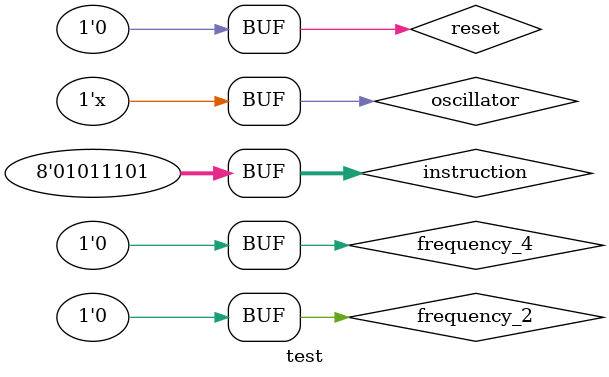
<source format=v>
`timescale 1ns / 1ps


module test;

	// Inputs
	reg frequency_2;
	reg frequency_4;
	reg oscillator;
	reg reset;
	reg [7:0] instruction;

	// Outputs
	wire clock;
	wire mem_write;
	wire mem_read;
	wire reg_write;
	wire [1:0] op;
	wire [6:0] reg_num;
	wire [6:0] pc_high;
	wire [6:0] pc_low;
	wire [7:0] instruction_address;
	wire [6:0] rwd_1;
	wire [6:0] rwd_0;
	wire [1:0] r_symbol;

	// Instantiate the Unit Under Test (UUT)
	Microprocessor uut (
		.clock(clock), 
		.mem_write(mem_write), 
		.mem_read(mem_read), 
		.reg_write(reg_write), 
		.op(op), 
		.reg_num(reg_num), 
		.pc_high(pc_high), 
		.pc_low(pc_low), 
		.instruction_address(instruction_address), 
		.rwd_1(rwd_1), 
		.rwd_0(rwd_0), 
		.r_symbol(r_symbol), 
		.frequency_2(frequency_2), 
		.frequency_4(frequency_4), 
		.oscillator(oscillator), 
		.reset(reset), 
		.instruction(instruction)
	);
	initial begin
	oscillator = 0;
	end
	always #10 oscillator = ~oscillator;
	
	initial begin
		// Initialize Inputs
		frequency_2 = 0;
		frequency_4 = 0;
		reset = 1;

		// Wait 100 ns for global reset to finish
		#15;
		
		
        reset = 0;
		// Add stimulus here
		
		// lw $s2, 1($s0)
	 instruction  = {2'b01, 2'b00, 2'b10, 2'b01};
	 		#20;


   // j + 1
   instruction = {2'b11, 2'b00, 2'b00, 2'b01};
	
			#20;


   // add $s0, $s1 $s2
   instruction = {2'b00, 2'b01, 2'b10, 2'b00};
	
			#20;


   // sw $s2, 1($s2)
   instruction  = {2'b10, 2'b10, 2'b10, 2'b01};
	
			#20;


   // lw $s3, 1($s0)
   instruction = {2'b01, 2'b01, 2'b11, 2'b01};
			#20;

		
		

	end
      
endmodule


</source>
